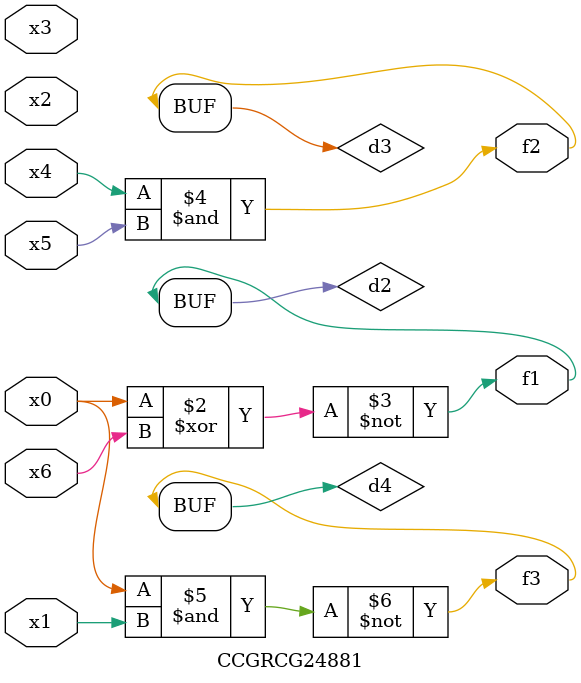
<source format=v>
module CCGRCG24881(
	input x0, x1, x2, x3, x4, x5, x6,
	output f1, f2, f3
);

	wire d1, d2, d3, d4;

	nor (d1, x0);
	xnor (d2, x0, x6);
	and (d3, x4, x5);
	nand (d4, x0, x1);
	assign f1 = d2;
	assign f2 = d3;
	assign f3 = d4;
endmodule

</source>
